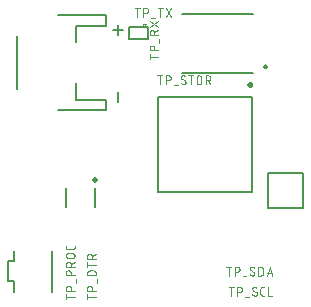
<source format=gbr>
G04 EAGLE Gerber RS-274X export*
G75*
%MOMM*%
%FSLAX34Y34*%
%LPD*%
%INSilkscreen Top*%
%IPPOS*%
%AMOC8*
5,1,8,0,0,1.08239X$1,22.5*%
G01*
%ADD10C,0.150000*%
%ADD11C,0.500000*%
%ADD12C,0.127000*%
%ADD13C,0.177800*%
%ADD14C,0.076200*%
%ADD15C,0.254000*%
%ADD16C,0.101600*%
%ADD17C,0.200000*%


D10*
X71686Y98424D02*
X71686Y82424D01*
X47186Y82424D02*
X47186Y98424D01*
D11*
X71806Y105154D03*
D12*
X5560Y181970D02*
X5560Y226970D01*
X40560Y244470D02*
X80560Y244470D01*
X80560Y235970D01*
X55560Y235970D01*
X55560Y221970D01*
X55560Y186970D02*
X55560Y172970D01*
X80560Y172970D01*
X80560Y164470D01*
X40560Y164470D01*
D13*
X90791Y228219D02*
X90791Y236516D01*
X94940Y232368D02*
X86642Y232368D01*
X90791Y179366D02*
X90791Y171069D01*
D12*
X34750Y45440D02*
X34750Y10440D01*
X3050Y36440D02*
X3050Y45440D01*
X3050Y36440D02*
X-1950Y36440D01*
X-1950Y19440D01*
X3050Y19440D01*
X3050Y10440D01*
D14*
X117823Y209742D02*
X125189Y209742D01*
X117823Y207696D02*
X117823Y211788D01*
X117823Y214885D02*
X125189Y214885D01*
X117823Y214885D02*
X117823Y216931D01*
X117825Y217020D01*
X117831Y217109D01*
X117841Y217198D01*
X117854Y217286D01*
X117871Y217374D01*
X117893Y217461D01*
X117918Y217546D01*
X117946Y217631D01*
X117979Y217714D01*
X118015Y217796D01*
X118054Y217876D01*
X118097Y217954D01*
X118143Y218030D01*
X118193Y218105D01*
X118246Y218177D01*
X118302Y218246D01*
X118361Y218313D01*
X118422Y218378D01*
X118487Y218439D01*
X118554Y218498D01*
X118623Y218554D01*
X118695Y218607D01*
X118770Y218657D01*
X118846Y218703D01*
X118924Y218746D01*
X119004Y218785D01*
X119086Y218821D01*
X119169Y218854D01*
X119254Y218882D01*
X119339Y218907D01*
X119426Y218929D01*
X119514Y218946D01*
X119602Y218959D01*
X119691Y218969D01*
X119780Y218975D01*
X119869Y218977D01*
X119958Y218975D01*
X120047Y218969D01*
X120136Y218959D01*
X120224Y218946D01*
X120312Y218929D01*
X120399Y218907D01*
X120484Y218882D01*
X120569Y218854D01*
X120652Y218821D01*
X120734Y218785D01*
X120814Y218746D01*
X120892Y218703D01*
X120968Y218657D01*
X121043Y218607D01*
X121115Y218554D01*
X121184Y218498D01*
X121251Y218439D01*
X121316Y218378D01*
X121377Y218313D01*
X121436Y218246D01*
X121492Y218177D01*
X121545Y218105D01*
X121595Y218030D01*
X121641Y217954D01*
X121684Y217876D01*
X121723Y217796D01*
X121759Y217714D01*
X121792Y217631D01*
X121820Y217546D01*
X121845Y217461D01*
X121867Y217374D01*
X121884Y217286D01*
X121897Y217198D01*
X121907Y217109D01*
X121913Y217020D01*
X121915Y216931D01*
X121915Y214885D01*
X126007Y221516D02*
X126007Y224790D01*
X125189Y227986D02*
X117823Y227986D01*
X117823Y230032D01*
X117825Y230121D01*
X117831Y230210D01*
X117841Y230299D01*
X117854Y230387D01*
X117871Y230475D01*
X117893Y230562D01*
X117918Y230647D01*
X117946Y230732D01*
X117979Y230815D01*
X118015Y230897D01*
X118054Y230977D01*
X118097Y231055D01*
X118143Y231131D01*
X118193Y231206D01*
X118246Y231278D01*
X118302Y231347D01*
X118361Y231414D01*
X118422Y231479D01*
X118487Y231540D01*
X118554Y231599D01*
X118623Y231655D01*
X118695Y231708D01*
X118770Y231758D01*
X118846Y231804D01*
X118924Y231847D01*
X119004Y231886D01*
X119086Y231922D01*
X119169Y231955D01*
X119254Y231983D01*
X119339Y232008D01*
X119426Y232030D01*
X119514Y232047D01*
X119602Y232060D01*
X119691Y232070D01*
X119780Y232076D01*
X119869Y232078D01*
X119958Y232076D01*
X120047Y232070D01*
X120136Y232060D01*
X120224Y232047D01*
X120312Y232030D01*
X120399Y232008D01*
X120484Y231983D01*
X120569Y231955D01*
X120652Y231922D01*
X120734Y231886D01*
X120814Y231847D01*
X120892Y231804D01*
X120968Y231758D01*
X121043Y231708D01*
X121115Y231655D01*
X121184Y231599D01*
X121251Y231540D01*
X121316Y231479D01*
X121377Y231414D01*
X121436Y231347D01*
X121492Y231278D01*
X121545Y231206D01*
X121595Y231131D01*
X121641Y231055D01*
X121684Y230977D01*
X121723Y230897D01*
X121759Y230815D01*
X121792Y230732D01*
X121820Y230647D01*
X121845Y230562D01*
X121867Y230475D01*
X121884Y230387D01*
X121897Y230299D01*
X121907Y230210D01*
X121913Y230121D01*
X121915Y230032D01*
X121915Y227986D01*
X121915Y230441D02*
X125189Y232078D01*
X125189Y234840D02*
X117823Y239751D01*
X117823Y234840D02*
X125189Y239751D01*
X107481Y243553D02*
X107481Y250919D01*
X105435Y250919D02*
X109527Y250919D01*
X112624Y250919D02*
X112624Y243553D01*
X112624Y250919D02*
X114670Y250919D01*
X114759Y250917D01*
X114848Y250911D01*
X114937Y250901D01*
X115025Y250888D01*
X115113Y250871D01*
X115200Y250849D01*
X115285Y250824D01*
X115370Y250796D01*
X115453Y250763D01*
X115535Y250727D01*
X115615Y250688D01*
X115693Y250645D01*
X115769Y250599D01*
X115844Y250549D01*
X115916Y250496D01*
X115985Y250440D01*
X116052Y250381D01*
X116117Y250320D01*
X116178Y250255D01*
X116237Y250188D01*
X116293Y250119D01*
X116346Y250047D01*
X116396Y249972D01*
X116442Y249896D01*
X116485Y249818D01*
X116524Y249738D01*
X116560Y249656D01*
X116593Y249573D01*
X116621Y249488D01*
X116646Y249403D01*
X116668Y249316D01*
X116685Y249228D01*
X116698Y249140D01*
X116708Y249051D01*
X116714Y248962D01*
X116716Y248873D01*
X116714Y248784D01*
X116708Y248695D01*
X116698Y248606D01*
X116685Y248518D01*
X116668Y248430D01*
X116646Y248343D01*
X116621Y248258D01*
X116593Y248173D01*
X116560Y248090D01*
X116524Y248008D01*
X116485Y247928D01*
X116442Y247850D01*
X116396Y247774D01*
X116346Y247699D01*
X116293Y247627D01*
X116237Y247558D01*
X116178Y247491D01*
X116117Y247426D01*
X116052Y247365D01*
X115985Y247306D01*
X115916Y247250D01*
X115844Y247197D01*
X115769Y247147D01*
X115693Y247101D01*
X115615Y247058D01*
X115535Y247019D01*
X115453Y246983D01*
X115370Y246950D01*
X115285Y246922D01*
X115200Y246897D01*
X115113Y246875D01*
X115025Y246858D01*
X114937Y246845D01*
X114848Y246835D01*
X114759Y246829D01*
X114670Y246827D01*
X112624Y246827D01*
X119255Y242735D02*
X122529Y242735D01*
X126988Y243553D02*
X126988Y250919D01*
X124942Y250919D02*
X129034Y250919D01*
X136271Y250919D02*
X131360Y243553D01*
X136271Y243553D02*
X131360Y250919D01*
D12*
X124592Y175128D02*
X204592Y175128D01*
X204592Y95128D01*
X124592Y95128D01*
X124592Y175128D01*
D15*
X201422Y185928D02*
X201424Y185999D01*
X201430Y186070D01*
X201440Y186141D01*
X201454Y186211D01*
X201472Y186280D01*
X201493Y186347D01*
X201519Y186414D01*
X201548Y186479D01*
X201580Y186542D01*
X201617Y186604D01*
X201656Y186663D01*
X201699Y186720D01*
X201745Y186774D01*
X201794Y186826D01*
X201846Y186875D01*
X201900Y186921D01*
X201957Y186964D01*
X202016Y187003D01*
X202078Y187040D01*
X202141Y187072D01*
X202206Y187101D01*
X202273Y187127D01*
X202340Y187148D01*
X202409Y187166D01*
X202479Y187180D01*
X202550Y187190D01*
X202621Y187196D01*
X202692Y187198D01*
X202763Y187196D01*
X202834Y187190D01*
X202905Y187180D01*
X202975Y187166D01*
X203044Y187148D01*
X203111Y187127D01*
X203178Y187101D01*
X203243Y187072D01*
X203306Y187040D01*
X203368Y187003D01*
X203427Y186964D01*
X203484Y186921D01*
X203538Y186875D01*
X203590Y186826D01*
X203639Y186774D01*
X203685Y186720D01*
X203728Y186663D01*
X203767Y186604D01*
X203804Y186542D01*
X203836Y186479D01*
X203865Y186414D01*
X203891Y186347D01*
X203912Y186280D01*
X203930Y186211D01*
X203944Y186141D01*
X203954Y186070D01*
X203960Y185999D01*
X203962Y185928D01*
X203960Y185857D01*
X203954Y185786D01*
X203944Y185715D01*
X203930Y185645D01*
X203912Y185576D01*
X203891Y185509D01*
X203865Y185442D01*
X203836Y185377D01*
X203804Y185314D01*
X203767Y185252D01*
X203728Y185193D01*
X203685Y185136D01*
X203639Y185082D01*
X203590Y185030D01*
X203538Y184981D01*
X203484Y184935D01*
X203427Y184892D01*
X203368Y184853D01*
X203306Y184816D01*
X203243Y184784D01*
X203178Y184755D01*
X203111Y184729D01*
X203044Y184708D01*
X202975Y184690D01*
X202905Y184676D01*
X202834Y184666D01*
X202763Y184660D01*
X202692Y184658D01*
X202621Y184660D01*
X202550Y184666D01*
X202479Y184676D01*
X202409Y184690D01*
X202340Y184708D01*
X202273Y184729D01*
X202206Y184755D01*
X202141Y184784D01*
X202078Y184816D01*
X202016Y184853D01*
X201957Y184892D01*
X201900Y184935D01*
X201846Y184981D01*
X201794Y185030D01*
X201745Y185082D01*
X201699Y185136D01*
X201656Y185193D01*
X201617Y185252D01*
X201580Y185314D01*
X201548Y185377D01*
X201519Y185442D01*
X201493Y185509D01*
X201472Y185576D01*
X201454Y185645D01*
X201440Y185715D01*
X201430Y185786D01*
X201424Y185857D01*
X201422Y185928D01*
D12*
X116158Y234866D02*
X100758Y234866D01*
X100758Y224366D01*
X116158Y224366D01*
X116158Y234866D01*
D16*
X113458Y235116D02*
X112458Y237116D01*
X114458Y237116D01*
X113458Y235116D01*
D17*
X214860Y201422D02*
X214862Y201485D01*
X214868Y201547D01*
X214878Y201609D01*
X214891Y201671D01*
X214909Y201731D01*
X214930Y201790D01*
X214955Y201848D01*
X214984Y201904D01*
X215016Y201958D01*
X215051Y202010D01*
X215089Y202059D01*
X215131Y202107D01*
X215175Y202151D01*
X215223Y202193D01*
X215272Y202231D01*
X215324Y202266D01*
X215378Y202298D01*
X215434Y202327D01*
X215492Y202352D01*
X215551Y202373D01*
X215611Y202391D01*
X215673Y202404D01*
X215735Y202414D01*
X215797Y202420D01*
X215860Y202422D01*
X215923Y202420D01*
X215985Y202414D01*
X216047Y202404D01*
X216109Y202391D01*
X216169Y202373D01*
X216228Y202352D01*
X216286Y202327D01*
X216342Y202298D01*
X216396Y202266D01*
X216448Y202231D01*
X216497Y202193D01*
X216545Y202151D01*
X216589Y202107D01*
X216631Y202059D01*
X216669Y202010D01*
X216704Y201958D01*
X216736Y201904D01*
X216765Y201848D01*
X216790Y201790D01*
X216811Y201731D01*
X216829Y201671D01*
X216842Y201609D01*
X216852Y201547D01*
X216858Y201485D01*
X216860Y201422D01*
X216858Y201359D01*
X216852Y201297D01*
X216842Y201235D01*
X216829Y201173D01*
X216811Y201113D01*
X216790Y201054D01*
X216765Y200996D01*
X216736Y200940D01*
X216704Y200886D01*
X216669Y200834D01*
X216631Y200785D01*
X216589Y200737D01*
X216545Y200693D01*
X216497Y200651D01*
X216448Y200613D01*
X216396Y200578D01*
X216342Y200546D01*
X216286Y200517D01*
X216228Y200492D01*
X216169Y200471D01*
X216109Y200453D01*
X216047Y200440D01*
X215985Y200430D01*
X215923Y200424D01*
X215860Y200422D01*
X215797Y200424D01*
X215735Y200430D01*
X215673Y200440D01*
X215611Y200453D01*
X215551Y200471D01*
X215492Y200492D01*
X215434Y200517D01*
X215378Y200546D01*
X215324Y200578D01*
X215272Y200613D01*
X215223Y200651D01*
X215175Y200693D01*
X215131Y200737D01*
X215089Y200785D01*
X215051Y200834D01*
X215016Y200886D01*
X214984Y200940D01*
X214955Y200996D01*
X214930Y201054D01*
X214909Y201113D01*
X214891Y201173D01*
X214878Y201235D01*
X214868Y201297D01*
X214862Y201359D01*
X214860Y201422D01*
D12*
X205260Y195472D02*
X145260Y195472D01*
X145260Y245472D02*
X205260Y245472D01*
D14*
X54292Y6285D02*
X46926Y6285D01*
X46926Y4239D02*
X46926Y8331D01*
X46926Y11428D02*
X54292Y11428D01*
X46926Y11428D02*
X46926Y13474D01*
X46928Y13563D01*
X46934Y13652D01*
X46944Y13741D01*
X46957Y13829D01*
X46974Y13917D01*
X46996Y14004D01*
X47021Y14089D01*
X47049Y14174D01*
X47082Y14257D01*
X47118Y14339D01*
X47157Y14419D01*
X47200Y14497D01*
X47246Y14573D01*
X47296Y14648D01*
X47349Y14720D01*
X47405Y14789D01*
X47464Y14856D01*
X47525Y14921D01*
X47590Y14982D01*
X47657Y15041D01*
X47726Y15097D01*
X47798Y15150D01*
X47873Y15200D01*
X47949Y15246D01*
X48027Y15289D01*
X48107Y15328D01*
X48189Y15364D01*
X48272Y15397D01*
X48357Y15425D01*
X48442Y15450D01*
X48529Y15472D01*
X48617Y15489D01*
X48705Y15502D01*
X48794Y15512D01*
X48883Y15518D01*
X48972Y15520D01*
X49061Y15518D01*
X49150Y15512D01*
X49239Y15502D01*
X49327Y15489D01*
X49415Y15472D01*
X49502Y15450D01*
X49587Y15425D01*
X49672Y15397D01*
X49755Y15364D01*
X49837Y15328D01*
X49917Y15289D01*
X49995Y15246D01*
X50071Y15200D01*
X50146Y15150D01*
X50218Y15097D01*
X50287Y15041D01*
X50354Y14982D01*
X50419Y14921D01*
X50480Y14856D01*
X50539Y14789D01*
X50595Y14720D01*
X50648Y14648D01*
X50698Y14573D01*
X50744Y14497D01*
X50787Y14419D01*
X50826Y14339D01*
X50862Y14257D01*
X50895Y14174D01*
X50923Y14089D01*
X50948Y14004D01*
X50970Y13917D01*
X50987Y13829D01*
X51000Y13741D01*
X51010Y13652D01*
X51016Y13563D01*
X51018Y13474D01*
X51018Y11428D01*
X55110Y18059D02*
X55110Y21333D01*
X54292Y24595D02*
X46926Y24595D01*
X46926Y26641D01*
X46928Y26730D01*
X46934Y26819D01*
X46944Y26908D01*
X46957Y26996D01*
X46974Y27084D01*
X46996Y27171D01*
X47021Y27256D01*
X47049Y27341D01*
X47082Y27424D01*
X47118Y27506D01*
X47157Y27586D01*
X47200Y27664D01*
X47246Y27740D01*
X47296Y27815D01*
X47349Y27887D01*
X47405Y27956D01*
X47464Y28023D01*
X47525Y28088D01*
X47590Y28149D01*
X47657Y28208D01*
X47726Y28264D01*
X47798Y28317D01*
X47873Y28367D01*
X47949Y28413D01*
X48027Y28456D01*
X48107Y28495D01*
X48189Y28531D01*
X48272Y28564D01*
X48357Y28592D01*
X48442Y28617D01*
X48529Y28639D01*
X48617Y28656D01*
X48705Y28669D01*
X48794Y28679D01*
X48883Y28685D01*
X48972Y28687D01*
X49061Y28685D01*
X49150Y28679D01*
X49239Y28669D01*
X49327Y28656D01*
X49415Y28639D01*
X49502Y28617D01*
X49587Y28592D01*
X49672Y28564D01*
X49755Y28531D01*
X49837Y28495D01*
X49917Y28456D01*
X49995Y28413D01*
X50071Y28367D01*
X50146Y28317D01*
X50218Y28264D01*
X50287Y28208D01*
X50354Y28149D01*
X50419Y28088D01*
X50480Y28023D01*
X50539Y27956D01*
X50595Y27887D01*
X50648Y27815D01*
X50698Y27740D01*
X50744Y27664D01*
X50787Y27586D01*
X50826Y27506D01*
X50862Y27424D01*
X50895Y27341D01*
X50923Y27256D01*
X50948Y27171D01*
X50970Y27084D01*
X50987Y26996D01*
X51000Y26908D01*
X51010Y26819D01*
X51016Y26730D01*
X51018Y26641D01*
X51018Y24595D01*
X54292Y31844D02*
X46926Y31844D01*
X46926Y33890D01*
X46928Y33979D01*
X46934Y34068D01*
X46944Y34157D01*
X46957Y34245D01*
X46974Y34333D01*
X46996Y34420D01*
X47021Y34505D01*
X47049Y34590D01*
X47082Y34673D01*
X47118Y34755D01*
X47157Y34835D01*
X47200Y34913D01*
X47246Y34989D01*
X47296Y35064D01*
X47349Y35136D01*
X47405Y35205D01*
X47464Y35272D01*
X47525Y35337D01*
X47590Y35398D01*
X47657Y35457D01*
X47726Y35513D01*
X47798Y35566D01*
X47873Y35616D01*
X47949Y35662D01*
X48027Y35705D01*
X48107Y35744D01*
X48189Y35780D01*
X48272Y35813D01*
X48357Y35841D01*
X48442Y35866D01*
X48529Y35888D01*
X48617Y35905D01*
X48705Y35918D01*
X48794Y35928D01*
X48883Y35934D01*
X48972Y35936D01*
X49061Y35934D01*
X49150Y35928D01*
X49239Y35918D01*
X49327Y35905D01*
X49415Y35888D01*
X49502Y35866D01*
X49587Y35841D01*
X49672Y35813D01*
X49755Y35780D01*
X49837Y35744D01*
X49917Y35705D01*
X49995Y35662D01*
X50071Y35616D01*
X50146Y35566D01*
X50218Y35513D01*
X50287Y35457D01*
X50354Y35398D01*
X50419Y35337D01*
X50480Y35272D01*
X50539Y35205D01*
X50595Y35136D01*
X50648Y35064D01*
X50698Y34989D01*
X50744Y34913D01*
X50787Y34835D01*
X50826Y34755D01*
X50862Y34673D01*
X50895Y34590D01*
X50923Y34505D01*
X50948Y34420D01*
X50970Y34333D01*
X50987Y34245D01*
X51000Y34157D01*
X51010Y34068D01*
X51016Y33979D01*
X51018Y33890D01*
X51018Y31844D01*
X51018Y34299D02*
X54292Y35936D01*
X52246Y39108D02*
X48972Y39108D01*
X48883Y39110D01*
X48794Y39116D01*
X48705Y39126D01*
X48617Y39139D01*
X48529Y39156D01*
X48442Y39178D01*
X48357Y39203D01*
X48272Y39231D01*
X48189Y39264D01*
X48107Y39300D01*
X48027Y39339D01*
X47949Y39382D01*
X47873Y39428D01*
X47798Y39478D01*
X47726Y39531D01*
X47657Y39587D01*
X47590Y39646D01*
X47525Y39707D01*
X47464Y39772D01*
X47405Y39839D01*
X47349Y39908D01*
X47296Y39980D01*
X47246Y40055D01*
X47200Y40131D01*
X47157Y40209D01*
X47118Y40289D01*
X47082Y40371D01*
X47049Y40454D01*
X47021Y40539D01*
X46996Y40624D01*
X46974Y40711D01*
X46957Y40799D01*
X46944Y40887D01*
X46934Y40976D01*
X46928Y41065D01*
X46926Y41154D01*
X46928Y41243D01*
X46934Y41332D01*
X46944Y41421D01*
X46957Y41509D01*
X46974Y41597D01*
X46996Y41684D01*
X47021Y41769D01*
X47049Y41854D01*
X47082Y41937D01*
X47118Y42019D01*
X47157Y42099D01*
X47200Y42177D01*
X47246Y42253D01*
X47296Y42328D01*
X47349Y42400D01*
X47405Y42469D01*
X47464Y42536D01*
X47525Y42601D01*
X47590Y42662D01*
X47657Y42721D01*
X47726Y42777D01*
X47798Y42830D01*
X47873Y42880D01*
X47949Y42926D01*
X48027Y42969D01*
X48107Y43008D01*
X48189Y43044D01*
X48272Y43077D01*
X48357Y43105D01*
X48442Y43130D01*
X48529Y43152D01*
X48617Y43169D01*
X48705Y43182D01*
X48794Y43192D01*
X48883Y43198D01*
X48972Y43200D01*
X52246Y43200D01*
X52335Y43198D01*
X52424Y43192D01*
X52513Y43182D01*
X52601Y43169D01*
X52689Y43152D01*
X52776Y43130D01*
X52861Y43105D01*
X52946Y43077D01*
X53029Y43044D01*
X53111Y43008D01*
X53191Y42969D01*
X53269Y42926D01*
X53345Y42880D01*
X53420Y42830D01*
X53492Y42777D01*
X53561Y42721D01*
X53628Y42662D01*
X53693Y42601D01*
X53754Y42536D01*
X53813Y42469D01*
X53869Y42400D01*
X53922Y42328D01*
X53972Y42253D01*
X54018Y42177D01*
X54061Y42099D01*
X54100Y42019D01*
X54136Y41937D01*
X54169Y41854D01*
X54197Y41769D01*
X54222Y41684D01*
X54244Y41597D01*
X54261Y41509D01*
X54274Y41421D01*
X54284Y41332D01*
X54290Y41243D01*
X54292Y41154D01*
X54290Y41065D01*
X54284Y40976D01*
X54274Y40887D01*
X54261Y40799D01*
X54244Y40711D01*
X54222Y40624D01*
X54197Y40539D01*
X54169Y40454D01*
X54136Y40371D01*
X54100Y40289D01*
X54061Y40209D01*
X54018Y40131D01*
X53972Y40055D01*
X53922Y39980D01*
X53869Y39908D01*
X53813Y39839D01*
X53754Y39772D01*
X53693Y39707D01*
X53628Y39646D01*
X53561Y39587D01*
X53492Y39531D01*
X53420Y39478D01*
X53345Y39428D01*
X53269Y39382D01*
X53191Y39339D01*
X53111Y39300D01*
X53029Y39264D01*
X52946Y39231D01*
X52861Y39203D01*
X52776Y39178D01*
X52689Y39156D01*
X52601Y39139D01*
X52513Y39126D01*
X52424Y39116D01*
X52335Y39110D01*
X52246Y39108D01*
X54292Y48037D02*
X54292Y49674D01*
X54292Y48037D02*
X54290Y47959D01*
X54285Y47881D01*
X54275Y47804D01*
X54262Y47727D01*
X54246Y47651D01*
X54226Y47576D01*
X54202Y47502D01*
X54175Y47429D01*
X54144Y47357D01*
X54110Y47287D01*
X54073Y47219D01*
X54032Y47152D01*
X53988Y47087D01*
X53942Y47025D01*
X53892Y46965D01*
X53840Y46907D01*
X53785Y46852D01*
X53727Y46800D01*
X53667Y46750D01*
X53605Y46704D01*
X53540Y46660D01*
X53474Y46619D01*
X53405Y46582D01*
X53335Y46548D01*
X53263Y46517D01*
X53190Y46490D01*
X53116Y46466D01*
X53041Y46446D01*
X52965Y46430D01*
X52888Y46417D01*
X52811Y46407D01*
X52733Y46402D01*
X52655Y46400D01*
X48563Y46400D01*
X48483Y46402D01*
X48403Y46408D01*
X48323Y46418D01*
X48244Y46431D01*
X48165Y46449D01*
X48088Y46470D01*
X48012Y46496D01*
X47937Y46525D01*
X47863Y46557D01*
X47791Y46593D01*
X47721Y46633D01*
X47654Y46676D01*
X47588Y46722D01*
X47525Y46772D01*
X47464Y46824D01*
X47405Y46879D01*
X47350Y46938D01*
X47298Y46998D01*
X47248Y47062D01*
X47202Y47127D01*
X47159Y47195D01*
X47119Y47265D01*
X47083Y47337D01*
X47051Y47411D01*
X47022Y47485D01*
X46997Y47562D01*
X46975Y47639D01*
X46957Y47718D01*
X46944Y47797D01*
X46934Y47876D01*
X46928Y47957D01*
X46926Y48037D01*
X46926Y49674D01*
X64960Y6285D02*
X72326Y6285D01*
X64960Y4239D02*
X64960Y8331D01*
X64960Y11428D02*
X72326Y11428D01*
X64960Y11428D02*
X64960Y13474D01*
X64962Y13563D01*
X64968Y13652D01*
X64978Y13741D01*
X64991Y13829D01*
X65008Y13917D01*
X65030Y14004D01*
X65055Y14089D01*
X65083Y14174D01*
X65116Y14257D01*
X65152Y14339D01*
X65191Y14419D01*
X65234Y14497D01*
X65280Y14573D01*
X65330Y14648D01*
X65383Y14720D01*
X65439Y14789D01*
X65498Y14856D01*
X65559Y14921D01*
X65624Y14982D01*
X65691Y15041D01*
X65760Y15097D01*
X65832Y15150D01*
X65907Y15200D01*
X65983Y15246D01*
X66061Y15289D01*
X66141Y15328D01*
X66223Y15364D01*
X66306Y15397D01*
X66391Y15425D01*
X66476Y15450D01*
X66563Y15472D01*
X66651Y15489D01*
X66739Y15502D01*
X66828Y15512D01*
X66917Y15518D01*
X67006Y15520D01*
X67095Y15518D01*
X67184Y15512D01*
X67273Y15502D01*
X67361Y15489D01*
X67449Y15472D01*
X67536Y15450D01*
X67621Y15425D01*
X67706Y15397D01*
X67789Y15364D01*
X67871Y15328D01*
X67951Y15289D01*
X68029Y15246D01*
X68105Y15200D01*
X68180Y15150D01*
X68252Y15097D01*
X68321Y15041D01*
X68388Y14982D01*
X68453Y14921D01*
X68514Y14856D01*
X68573Y14789D01*
X68629Y14720D01*
X68682Y14648D01*
X68732Y14573D01*
X68778Y14497D01*
X68821Y14419D01*
X68860Y14339D01*
X68896Y14257D01*
X68929Y14174D01*
X68957Y14089D01*
X68982Y14004D01*
X69004Y13917D01*
X69021Y13829D01*
X69034Y13741D01*
X69044Y13652D01*
X69050Y13563D01*
X69052Y13474D01*
X69052Y11428D01*
X73144Y18059D02*
X73144Y21333D01*
X72326Y24478D02*
X64960Y24478D01*
X64960Y26524D01*
X64962Y26613D01*
X64968Y26702D01*
X64978Y26791D01*
X64991Y26879D01*
X65008Y26967D01*
X65030Y27054D01*
X65055Y27139D01*
X65083Y27224D01*
X65116Y27307D01*
X65152Y27389D01*
X65191Y27469D01*
X65234Y27547D01*
X65280Y27623D01*
X65330Y27698D01*
X65383Y27770D01*
X65439Y27839D01*
X65498Y27906D01*
X65559Y27971D01*
X65624Y28032D01*
X65691Y28091D01*
X65760Y28147D01*
X65832Y28200D01*
X65907Y28250D01*
X65983Y28296D01*
X66061Y28339D01*
X66141Y28378D01*
X66223Y28414D01*
X66306Y28447D01*
X66391Y28475D01*
X66476Y28500D01*
X66563Y28522D01*
X66651Y28539D01*
X66739Y28552D01*
X66828Y28562D01*
X66917Y28568D01*
X67006Y28570D01*
X70280Y28570D01*
X70369Y28568D01*
X70458Y28562D01*
X70547Y28552D01*
X70635Y28539D01*
X70723Y28522D01*
X70810Y28500D01*
X70895Y28475D01*
X70980Y28447D01*
X71063Y28414D01*
X71145Y28378D01*
X71225Y28339D01*
X71303Y28296D01*
X71379Y28250D01*
X71454Y28200D01*
X71526Y28147D01*
X71595Y28091D01*
X71662Y28032D01*
X71727Y27971D01*
X71788Y27906D01*
X71847Y27839D01*
X71903Y27770D01*
X71956Y27698D01*
X72006Y27623D01*
X72052Y27547D01*
X72095Y27469D01*
X72134Y27389D01*
X72170Y27307D01*
X72203Y27224D01*
X72231Y27139D01*
X72256Y27054D01*
X72278Y26967D01*
X72295Y26879D01*
X72308Y26791D01*
X72318Y26702D01*
X72324Y26613D01*
X72326Y26524D01*
X72326Y24478D01*
X72326Y33595D02*
X64960Y33595D01*
X64960Y31549D02*
X64960Y35641D01*
X64960Y38672D02*
X72326Y38672D01*
X64960Y38672D02*
X64960Y40718D01*
X64962Y40807D01*
X64968Y40896D01*
X64978Y40985D01*
X64991Y41073D01*
X65008Y41161D01*
X65030Y41248D01*
X65055Y41333D01*
X65083Y41418D01*
X65116Y41501D01*
X65152Y41583D01*
X65191Y41663D01*
X65234Y41741D01*
X65280Y41817D01*
X65330Y41892D01*
X65383Y41964D01*
X65439Y42033D01*
X65498Y42100D01*
X65559Y42165D01*
X65624Y42226D01*
X65691Y42285D01*
X65760Y42341D01*
X65832Y42394D01*
X65907Y42444D01*
X65983Y42490D01*
X66061Y42533D01*
X66141Y42572D01*
X66223Y42608D01*
X66306Y42641D01*
X66391Y42669D01*
X66476Y42694D01*
X66563Y42716D01*
X66651Y42733D01*
X66739Y42746D01*
X66828Y42756D01*
X66917Y42762D01*
X67006Y42764D01*
X67095Y42762D01*
X67184Y42756D01*
X67273Y42746D01*
X67361Y42733D01*
X67449Y42716D01*
X67536Y42694D01*
X67621Y42669D01*
X67706Y42641D01*
X67789Y42608D01*
X67871Y42572D01*
X67951Y42533D01*
X68029Y42490D01*
X68105Y42444D01*
X68180Y42394D01*
X68252Y42341D01*
X68321Y42285D01*
X68388Y42226D01*
X68453Y42165D01*
X68514Y42100D01*
X68573Y42033D01*
X68629Y41964D01*
X68682Y41892D01*
X68732Y41817D01*
X68778Y41741D01*
X68821Y41663D01*
X68860Y41583D01*
X68896Y41501D01*
X68929Y41418D01*
X68957Y41333D01*
X68982Y41248D01*
X69004Y41161D01*
X69021Y41073D01*
X69034Y40985D01*
X69044Y40896D01*
X69050Y40807D01*
X69052Y40718D01*
X69052Y38672D01*
X69052Y41127D02*
X72326Y42764D01*
X126424Y186372D02*
X126424Y193738D01*
X124378Y193738D02*
X128471Y193738D01*
X131567Y193738D02*
X131567Y186372D01*
X131567Y193738D02*
X133613Y193738D01*
X133702Y193736D01*
X133791Y193730D01*
X133880Y193720D01*
X133968Y193707D01*
X134056Y193690D01*
X134143Y193668D01*
X134228Y193643D01*
X134313Y193615D01*
X134396Y193582D01*
X134478Y193546D01*
X134558Y193507D01*
X134636Y193464D01*
X134712Y193418D01*
X134787Y193368D01*
X134859Y193315D01*
X134928Y193259D01*
X134995Y193200D01*
X135060Y193139D01*
X135121Y193074D01*
X135180Y193007D01*
X135236Y192938D01*
X135289Y192866D01*
X135339Y192791D01*
X135385Y192715D01*
X135428Y192637D01*
X135467Y192557D01*
X135503Y192475D01*
X135536Y192392D01*
X135564Y192307D01*
X135589Y192222D01*
X135611Y192135D01*
X135628Y192047D01*
X135641Y191959D01*
X135651Y191870D01*
X135657Y191781D01*
X135659Y191692D01*
X135657Y191603D01*
X135651Y191514D01*
X135641Y191425D01*
X135628Y191337D01*
X135611Y191249D01*
X135589Y191162D01*
X135564Y191077D01*
X135536Y190992D01*
X135503Y190909D01*
X135467Y190827D01*
X135428Y190747D01*
X135385Y190669D01*
X135339Y190593D01*
X135289Y190518D01*
X135236Y190446D01*
X135180Y190377D01*
X135121Y190310D01*
X135060Y190245D01*
X134995Y190184D01*
X134928Y190125D01*
X134859Y190069D01*
X134787Y190016D01*
X134712Y189966D01*
X134636Y189920D01*
X134558Y189877D01*
X134478Y189838D01*
X134396Y189802D01*
X134313Y189769D01*
X134228Y189741D01*
X134143Y189716D01*
X134056Y189694D01*
X133968Y189677D01*
X133880Y189664D01*
X133791Y189654D01*
X133702Y189648D01*
X133613Y189646D01*
X131567Y189646D01*
X138199Y185554D02*
X141473Y185554D01*
X146585Y186372D02*
X146663Y186374D01*
X146741Y186379D01*
X146818Y186389D01*
X146895Y186402D01*
X146971Y186418D01*
X147046Y186438D01*
X147120Y186462D01*
X147193Y186489D01*
X147265Y186520D01*
X147335Y186554D01*
X147404Y186591D01*
X147470Y186632D01*
X147535Y186676D01*
X147597Y186722D01*
X147657Y186772D01*
X147715Y186824D01*
X147770Y186879D01*
X147822Y186937D01*
X147872Y186997D01*
X147918Y187059D01*
X147962Y187124D01*
X148003Y187191D01*
X148040Y187259D01*
X148074Y187329D01*
X148105Y187401D01*
X148132Y187474D01*
X148156Y187548D01*
X148176Y187623D01*
X148192Y187699D01*
X148205Y187776D01*
X148215Y187853D01*
X148220Y187931D01*
X148222Y188009D01*
X146585Y186372D02*
X146471Y186374D01*
X146358Y186379D01*
X146244Y186389D01*
X146131Y186402D01*
X146019Y186419D01*
X145907Y186439D01*
X145796Y186463D01*
X145685Y186491D01*
X145576Y186522D01*
X145468Y186557D01*
X145361Y186596D01*
X145255Y186638D01*
X145151Y186683D01*
X145048Y186732D01*
X144947Y186785D01*
X144848Y186840D01*
X144750Y186899D01*
X144655Y186961D01*
X144562Y187026D01*
X144470Y187094D01*
X144382Y187165D01*
X144295Y187239D01*
X144211Y187316D01*
X144130Y187395D01*
X144334Y192101D02*
X144336Y192179D01*
X144341Y192257D01*
X144351Y192334D01*
X144364Y192411D01*
X144380Y192487D01*
X144400Y192562D01*
X144424Y192636D01*
X144451Y192709D01*
X144482Y192781D01*
X144516Y192851D01*
X144553Y192920D01*
X144594Y192986D01*
X144638Y193051D01*
X144684Y193113D01*
X144734Y193173D01*
X144786Y193231D01*
X144841Y193286D01*
X144899Y193338D01*
X144959Y193388D01*
X145021Y193434D01*
X145086Y193478D01*
X145153Y193519D01*
X145221Y193556D01*
X145291Y193590D01*
X145363Y193621D01*
X145436Y193648D01*
X145510Y193672D01*
X145585Y193692D01*
X145661Y193708D01*
X145738Y193721D01*
X145815Y193731D01*
X145893Y193736D01*
X145971Y193738D01*
X146081Y193736D01*
X146190Y193730D01*
X146300Y193720D01*
X146408Y193707D01*
X146517Y193689D01*
X146624Y193668D01*
X146731Y193642D01*
X146837Y193613D01*
X146942Y193581D01*
X147045Y193544D01*
X147147Y193504D01*
X147248Y193460D01*
X147347Y193412D01*
X147444Y193362D01*
X147539Y193307D01*
X147632Y193249D01*
X147723Y193188D01*
X147812Y193124D01*
X145152Y190668D02*
X145085Y190710D01*
X145020Y190754D01*
X144958Y190802D01*
X144898Y190852D01*
X144840Y190905D01*
X144785Y190961D01*
X144733Y191020D01*
X144683Y191080D01*
X144636Y191144D01*
X144593Y191209D01*
X144552Y191276D01*
X144515Y191345D01*
X144481Y191416D01*
X144450Y191488D01*
X144423Y191562D01*
X144399Y191636D01*
X144379Y191712D01*
X144363Y191789D01*
X144350Y191866D01*
X144340Y191944D01*
X144335Y192023D01*
X144333Y192101D01*
X147403Y189441D02*
X147469Y189399D01*
X147534Y189355D01*
X147596Y189308D01*
X147656Y189257D01*
X147714Y189204D01*
X147769Y189148D01*
X147822Y189090D01*
X147871Y189029D01*
X147918Y188966D01*
X147961Y188901D01*
X148002Y188834D01*
X148039Y188765D01*
X148073Y188694D01*
X148104Y188622D01*
X148131Y188548D01*
X148155Y188473D01*
X148175Y188398D01*
X148191Y188321D01*
X148204Y188244D01*
X148214Y188166D01*
X148219Y188087D01*
X148221Y188009D01*
X147403Y189441D02*
X145152Y190669D01*
X152759Y193738D02*
X152759Y186372D01*
X150713Y193738D02*
X154805Y193738D01*
X157541Y191692D02*
X157541Y188418D01*
X157541Y191692D02*
X157543Y191781D01*
X157549Y191870D01*
X157559Y191959D01*
X157572Y192047D01*
X157589Y192135D01*
X157611Y192222D01*
X157636Y192307D01*
X157664Y192392D01*
X157697Y192475D01*
X157733Y192557D01*
X157772Y192637D01*
X157815Y192715D01*
X157861Y192791D01*
X157911Y192866D01*
X157964Y192938D01*
X158020Y193007D01*
X158079Y193074D01*
X158140Y193139D01*
X158205Y193200D01*
X158272Y193259D01*
X158341Y193315D01*
X158413Y193368D01*
X158488Y193418D01*
X158564Y193464D01*
X158642Y193507D01*
X158722Y193546D01*
X158804Y193582D01*
X158887Y193615D01*
X158972Y193643D01*
X159057Y193668D01*
X159144Y193690D01*
X159232Y193707D01*
X159320Y193720D01*
X159409Y193730D01*
X159498Y193736D01*
X159587Y193738D01*
X159676Y193736D01*
X159765Y193730D01*
X159854Y193720D01*
X159942Y193707D01*
X160030Y193690D01*
X160117Y193668D01*
X160202Y193643D01*
X160287Y193615D01*
X160370Y193582D01*
X160452Y193546D01*
X160532Y193507D01*
X160610Y193464D01*
X160686Y193418D01*
X160761Y193368D01*
X160833Y193315D01*
X160902Y193259D01*
X160969Y193200D01*
X161034Y193139D01*
X161095Y193074D01*
X161154Y193007D01*
X161210Y192938D01*
X161263Y192866D01*
X161313Y192791D01*
X161359Y192715D01*
X161402Y192637D01*
X161441Y192557D01*
X161477Y192475D01*
X161510Y192392D01*
X161538Y192307D01*
X161563Y192222D01*
X161585Y192135D01*
X161602Y192047D01*
X161615Y191959D01*
X161625Y191870D01*
X161631Y191781D01*
X161633Y191692D01*
X161633Y188418D01*
X161631Y188329D01*
X161625Y188240D01*
X161615Y188151D01*
X161602Y188063D01*
X161585Y187975D01*
X161563Y187888D01*
X161538Y187803D01*
X161510Y187718D01*
X161477Y187635D01*
X161441Y187553D01*
X161402Y187473D01*
X161359Y187395D01*
X161313Y187319D01*
X161263Y187244D01*
X161210Y187172D01*
X161154Y187103D01*
X161095Y187036D01*
X161034Y186971D01*
X160969Y186910D01*
X160902Y186851D01*
X160833Y186795D01*
X160761Y186742D01*
X160686Y186692D01*
X160610Y186646D01*
X160532Y186603D01*
X160452Y186564D01*
X160370Y186528D01*
X160287Y186495D01*
X160202Y186467D01*
X160117Y186442D01*
X160030Y186420D01*
X159942Y186403D01*
X159854Y186390D01*
X159765Y186380D01*
X159676Y186374D01*
X159587Y186372D01*
X159498Y186374D01*
X159409Y186380D01*
X159320Y186390D01*
X159232Y186403D01*
X159144Y186420D01*
X159057Y186442D01*
X158972Y186467D01*
X158887Y186495D01*
X158804Y186528D01*
X158722Y186564D01*
X158642Y186603D01*
X158564Y186646D01*
X158488Y186692D01*
X158413Y186742D01*
X158341Y186795D01*
X158272Y186851D01*
X158205Y186910D01*
X158140Y186971D01*
X158079Y187036D01*
X158020Y187103D01*
X157964Y187172D01*
X157911Y187244D01*
X157861Y187319D01*
X157815Y187395D01*
X157772Y187473D01*
X157733Y187553D01*
X157697Y187635D01*
X157664Y187718D01*
X157636Y187803D01*
X157611Y187888D01*
X157589Y187975D01*
X157572Y188063D01*
X157559Y188151D01*
X157549Y188240D01*
X157543Y188329D01*
X157541Y188418D01*
X165151Y186372D02*
X165151Y193738D01*
X167197Y193738D01*
X167286Y193736D01*
X167375Y193730D01*
X167464Y193720D01*
X167552Y193707D01*
X167640Y193690D01*
X167727Y193668D01*
X167812Y193643D01*
X167897Y193615D01*
X167980Y193582D01*
X168062Y193546D01*
X168142Y193507D01*
X168220Y193464D01*
X168296Y193418D01*
X168371Y193368D01*
X168443Y193315D01*
X168512Y193259D01*
X168579Y193200D01*
X168644Y193139D01*
X168705Y193074D01*
X168764Y193007D01*
X168820Y192938D01*
X168873Y192866D01*
X168923Y192791D01*
X168969Y192715D01*
X169012Y192637D01*
X169051Y192557D01*
X169087Y192475D01*
X169120Y192392D01*
X169148Y192307D01*
X169173Y192222D01*
X169195Y192135D01*
X169212Y192047D01*
X169225Y191959D01*
X169235Y191870D01*
X169241Y191781D01*
X169243Y191692D01*
X169241Y191603D01*
X169235Y191514D01*
X169225Y191425D01*
X169212Y191337D01*
X169195Y191249D01*
X169173Y191162D01*
X169148Y191077D01*
X169120Y190992D01*
X169087Y190909D01*
X169051Y190827D01*
X169012Y190747D01*
X168969Y190669D01*
X168923Y190593D01*
X168873Y190518D01*
X168820Y190446D01*
X168764Y190377D01*
X168705Y190310D01*
X168644Y190245D01*
X168579Y190184D01*
X168512Y190125D01*
X168443Y190069D01*
X168371Y190016D01*
X168296Y189966D01*
X168220Y189920D01*
X168142Y189877D01*
X168062Y189838D01*
X167980Y189802D01*
X167897Y189769D01*
X167812Y189741D01*
X167727Y189716D01*
X167640Y189694D01*
X167552Y189677D01*
X167464Y189664D01*
X167375Y189654D01*
X167286Y189648D01*
X167197Y189646D01*
X165151Y189646D01*
X167606Y189646D02*
X169243Y186372D01*
X184740Y31686D02*
X184740Y24320D01*
X182694Y31686D02*
X186787Y31686D01*
X189883Y31686D02*
X189883Y24320D01*
X189883Y31686D02*
X191930Y31686D01*
X192019Y31684D01*
X192108Y31678D01*
X192197Y31668D01*
X192285Y31655D01*
X192373Y31638D01*
X192460Y31616D01*
X192545Y31591D01*
X192630Y31563D01*
X192713Y31530D01*
X192795Y31494D01*
X192875Y31455D01*
X192953Y31412D01*
X193029Y31366D01*
X193104Y31316D01*
X193176Y31263D01*
X193245Y31207D01*
X193312Y31148D01*
X193377Y31087D01*
X193438Y31022D01*
X193497Y30955D01*
X193553Y30886D01*
X193606Y30814D01*
X193656Y30739D01*
X193702Y30663D01*
X193745Y30585D01*
X193784Y30505D01*
X193820Y30423D01*
X193853Y30340D01*
X193881Y30255D01*
X193906Y30170D01*
X193928Y30083D01*
X193945Y29995D01*
X193958Y29907D01*
X193968Y29818D01*
X193974Y29729D01*
X193976Y29640D01*
X193974Y29551D01*
X193968Y29462D01*
X193958Y29373D01*
X193945Y29285D01*
X193928Y29197D01*
X193906Y29110D01*
X193881Y29025D01*
X193853Y28940D01*
X193820Y28857D01*
X193784Y28775D01*
X193745Y28695D01*
X193702Y28617D01*
X193656Y28541D01*
X193606Y28466D01*
X193553Y28394D01*
X193497Y28325D01*
X193438Y28258D01*
X193377Y28193D01*
X193312Y28132D01*
X193245Y28073D01*
X193176Y28017D01*
X193104Y27964D01*
X193029Y27914D01*
X192953Y27868D01*
X192875Y27825D01*
X192795Y27786D01*
X192713Y27750D01*
X192630Y27717D01*
X192545Y27689D01*
X192460Y27664D01*
X192373Y27642D01*
X192285Y27625D01*
X192197Y27612D01*
X192108Y27602D01*
X192019Y27596D01*
X191930Y27594D01*
X189883Y27594D01*
X196515Y23502D02*
X199789Y23502D01*
X204901Y24320D02*
X204979Y24322D01*
X205057Y24327D01*
X205134Y24337D01*
X205211Y24350D01*
X205287Y24366D01*
X205362Y24386D01*
X205436Y24410D01*
X205509Y24437D01*
X205581Y24468D01*
X205651Y24502D01*
X205720Y24539D01*
X205786Y24580D01*
X205851Y24624D01*
X205913Y24670D01*
X205973Y24720D01*
X206031Y24772D01*
X206086Y24827D01*
X206138Y24885D01*
X206188Y24945D01*
X206234Y25007D01*
X206278Y25072D01*
X206319Y25139D01*
X206356Y25207D01*
X206390Y25277D01*
X206421Y25349D01*
X206448Y25422D01*
X206472Y25496D01*
X206492Y25571D01*
X206508Y25647D01*
X206521Y25724D01*
X206531Y25801D01*
X206536Y25879D01*
X206538Y25957D01*
X204901Y24320D02*
X204787Y24322D01*
X204674Y24327D01*
X204560Y24337D01*
X204447Y24350D01*
X204335Y24367D01*
X204223Y24387D01*
X204112Y24411D01*
X204001Y24439D01*
X203892Y24470D01*
X203784Y24505D01*
X203677Y24544D01*
X203571Y24586D01*
X203467Y24631D01*
X203364Y24680D01*
X203263Y24733D01*
X203164Y24788D01*
X203066Y24847D01*
X202971Y24909D01*
X202878Y24974D01*
X202786Y25042D01*
X202698Y25113D01*
X202611Y25187D01*
X202527Y25264D01*
X202446Y25343D01*
X202650Y30049D02*
X202652Y30127D01*
X202657Y30205D01*
X202667Y30282D01*
X202680Y30359D01*
X202696Y30435D01*
X202716Y30510D01*
X202740Y30584D01*
X202767Y30657D01*
X202798Y30729D01*
X202832Y30799D01*
X202869Y30868D01*
X202910Y30934D01*
X202954Y30999D01*
X203000Y31061D01*
X203050Y31121D01*
X203102Y31179D01*
X203157Y31234D01*
X203215Y31286D01*
X203275Y31336D01*
X203337Y31382D01*
X203402Y31426D01*
X203469Y31467D01*
X203537Y31504D01*
X203607Y31538D01*
X203679Y31569D01*
X203752Y31596D01*
X203826Y31620D01*
X203901Y31640D01*
X203977Y31656D01*
X204054Y31669D01*
X204131Y31679D01*
X204209Y31684D01*
X204287Y31686D01*
X204397Y31684D01*
X204506Y31678D01*
X204616Y31668D01*
X204724Y31655D01*
X204833Y31637D01*
X204940Y31616D01*
X205047Y31590D01*
X205153Y31561D01*
X205258Y31529D01*
X205361Y31492D01*
X205463Y31452D01*
X205564Y31408D01*
X205663Y31360D01*
X205760Y31310D01*
X205855Y31255D01*
X205948Y31197D01*
X206039Y31136D01*
X206128Y31072D01*
X203468Y28616D02*
X203401Y28658D01*
X203336Y28702D01*
X203274Y28750D01*
X203214Y28800D01*
X203156Y28853D01*
X203101Y28909D01*
X203049Y28968D01*
X202999Y29028D01*
X202952Y29092D01*
X202909Y29157D01*
X202868Y29224D01*
X202831Y29293D01*
X202797Y29364D01*
X202766Y29436D01*
X202739Y29510D01*
X202715Y29584D01*
X202695Y29660D01*
X202679Y29737D01*
X202666Y29814D01*
X202656Y29892D01*
X202651Y29971D01*
X202649Y30049D01*
X205719Y27389D02*
X205785Y27347D01*
X205850Y27303D01*
X205912Y27256D01*
X205972Y27205D01*
X206030Y27152D01*
X206085Y27096D01*
X206138Y27038D01*
X206187Y26977D01*
X206234Y26914D01*
X206277Y26849D01*
X206318Y26782D01*
X206355Y26713D01*
X206389Y26642D01*
X206420Y26570D01*
X206447Y26496D01*
X206471Y26421D01*
X206491Y26346D01*
X206507Y26269D01*
X206520Y26192D01*
X206530Y26114D01*
X206535Y26035D01*
X206537Y25957D01*
X205719Y27389D02*
X203468Y28617D01*
X209761Y31686D02*
X209761Y24320D01*
X209761Y31686D02*
X211807Y31686D01*
X211896Y31684D01*
X211985Y31678D01*
X212074Y31668D01*
X212162Y31655D01*
X212250Y31638D01*
X212337Y31616D01*
X212422Y31591D01*
X212507Y31563D01*
X212590Y31530D01*
X212672Y31494D01*
X212752Y31455D01*
X212830Y31412D01*
X212906Y31366D01*
X212981Y31316D01*
X213053Y31263D01*
X213122Y31207D01*
X213189Y31148D01*
X213254Y31087D01*
X213315Y31022D01*
X213374Y30955D01*
X213430Y30886D01*
X213483Y30814D01*
X213533Y30739D01*
X213579Y30663D01*
X213622Y30585D01*
X213661Y30505D01*
X213697Y30423D01*
X213730Y30340D01*
X213758Y30255D01*
X213783Y30170D01*
X213805Y30083D01*
X213822Y29995D01*
X213835Y29907D01*
X213845Y29818D01*
X213851Y29729D01*
X213853Y29640D01*
X213853Y26366D01*
X213851Y26277D01*
X213845Y26188D01*
X213835Y26099D01*
X213822Y26011D01*
X213805Y25923D01*
X213783Y25836D01*
X213758Y25751D01*
X213730Y25666D01*
X213697Y25583D01*
X213661Y25501D01*
X213622Y25421D01*
X213579Y25343D01*
X213533Y25267D01*
X213483Y25192D01*
X213430Y25120D01*
X213374Y25051D01*
X213315Y24984D01*
X213254Y24919D01*
X213189Y24858D01*
X213122Y24799D01*
X213053Y24743D01*
X212981Y24690D01*
X212906Y24640D01*
X212830Y24594D01*
X212752Y24551D01*
X212672Y24512D01*
X212590Y24476D01*
X212507Y24443D01*
X212422Y24415D01*
X212337Y24390D01*
X212250Y24368D01*
X212162Y24351D01*
X212074Y24338D01*
X211985Y24328D01*
X211896Y24322D01*
X211807Y24320D01*
X209761Y24320D01*
X216910Y24320D02*
X219366Y31686D01*
X221821Y24320D01*
X221207Y26162D02*
X217524Y26162D01*
X186907Y14668D02*
X186907Y7302D01*
X184861Y14668D02*
X188954Y14668D01*
X192050Y14668D02*
X192050Y7302D01*
X192050Y14668D02*
X194097Y14668D01*
X194186Y14666D01*
X194275Y14660D01*
X194364Y14650D01*
X194452Y14637D01*
X194540Y14620D01*
X194627Y14598D01*
X194712Y14573D01*
X194797Y14545D01*
X194880Y14512D01*
X194962Y14476D01*
X195042Y14437D01*
X195120Y14394D01*
X195196Y14348D01*
X195271Y14298D01*
X195343Y14245D01*
X195412Y14189D01*
X195479Y14130D01*
X195544Y14069D01*
X195605Y14004D01*
X195664Y13937D01*
X195720Y13868D01*
X195773Y13796D01*
X195823Y13721D01*
X195869Y13645D01*
X195912Y13567D01*
X195951Y13487D01*
X195987Y13405D01*
X196020Y13322D01*
X196048Y13237D01*
X196073Y13152D01*
X196095Y13065D01*
X196112Y12977D01*
X196125Y12889D01*
X196135Y12800D01*
X196141Y12711D01*
X196143Y12622D01*
X196141Y12533D01*
X196135Y12444D01*
X196125Y12355D01*
X196112Y12267D01*
X196095Y12179D01*
X196073Y12092D01*
X196048Y12007D01*
X196020Y11922D01*
X195987Y11839D01*
X195951Y11757D01*
X195912Y11677D01*
X195869Y11599D01*
X195823Y11523D01*
X195773Y11448D01*
X195720Y11376D01*
X195664Y11307D01*
X195605Y11240D01*
X195544Y11175D01*
X195479Y11114D01*
X195412Y11055D01*
X195343Y10999D01*
X195271Y10946D01*
X195196Y10896D01*
X195120Y10850D01*
X195042Y10807D01*
X194962Y10768D01*
X194880Y10732D01*
X194797Y10699D01*
X194712Y10671D01*
X194627Y10646D01*
X194540Y10624D01*
X194452Y10607D01*
X194364Y10594D01*
X194275Y10584D01*
X194186Y10578D01*
X194097Y10576D01*
X192050Y10576D01*
X198682Y6484D02*
X201956Y6484D01*
X207068Y7302D02*
X207146Y7304D01*
X207224Y7309D01*
X207301Y7319D01*
X207378Y7332D01*
X207454Y7348D01*
X207529Y7368D01*
X207603Y7392D01*
X207676Y7419D01*
X207748Y7450D01*
X207818Y7484D01*
X207887Y7521D01*
X207953Y7562D01*
X208018Y7606D01*
X208080Y7652D01*
X208140Y7702D01*
X208198Y7754D01*
X208253Y7809D01*
X208305Y7867D01*
X208355Y7927D01*
X208401Y7989D01*
X208445Y8054D01*
X208486Y8121D01*
X208523Y8189D01*
X208557Y8259D01*
X208588Y8331D01*
X208615Y8404D01*
X208639Y8478D01*
X208659Y8553D01*
X208675Y8629D01*
X208688Y8706D01*
X208698Y8783D01*
X208703Y8861D01*
X208705Y8939D01*
X207068Y7302D02*
X206954Y7304D01*
X206841Y7309D01*
X206727Y7319D01*
X206614Y7332D01*
X206502Y7349D01*
X206390Y7369D01*
X206279Y7393D01*
X206168Y7421D01*
X206059Y7452D01*
X205951Y7487D01*
X205844Y7526D01*
X205738Y7568D01*
X205634Y7613D01*
X205531Y7662D01*
X205430Y7715D01*
X205331Y7770D01*
X205233Y7829D01*
X205138Y7891D01*
X205045Y7956D01*
X204953Y8024D01*
X204865Y8095D01*
X204778Y8169D01*
X204694Y8246D01*
X204613Y8325D01*
X204817Y13031D02*
X204819Y13109D01*
X204824Y13187D01*
X204834Y13264D01*
X204847Y13341D01*
X204863Y13417D01*
X204883Y13492D01*
X204907Y13566D01*
X204934Y13639D01*
X204965Y13711D01*
X204999Y13781D01*
X205036Y13850D01*
X205077Y13916D01*
X205121Y13981D01*
X205167Y14043D01*
X205217Y14103D01*
X205269Y14161D01*
X205324Y14216D01*
X205382Y14268D01*
X205442Y14318D01*
X205504Y14364D01*
X205569Y14408D01*
X205636Y14449D01*
X205704Y14486D01*
X205774Y14520D01*
X205846Y14551D01*
X205919Y14578D01*
X205993Y14602D01*
X206068Y14622D01*
X206144Y14638D01*
X206221Y14651D01*
X206298Y14661D01*
X206376Y14666D01*
X206454Y14668D01*
X206564Y14666D01*
X206673Y14660D01*
X206783Y14650D01*
X206891Y14637D01*
X207000Y14619D01*
X207107Y14598D01*
X207214Y14572D01*
X207320Y14543D01*
X207425Y14511D01*
X207528Y14474D01*
X207630Y14434D01*
X207731Y14390D01*
X207830Y14342D01*
X207927Y14292D01*
X208022Y14237D01*
X208115Y14179D01*
X208206Y14118D01*
X208295Y14054D01*
X205635Y11598D02*
X205568Y11640D01*
X205503Y11684D01*
X205441Y11732D01*
X205381Y11782D01*
X205323Y11835D01*
X205268Y11891D01*
X205216Y11950D01*
X205166Y12010D01*
X205119Y12074D01*
X205076Y12139D01*
X205035Y12206D01*
X204998Y12275D01*
X204964Y12346D01*
X204933Y12418D01*
X204906Y12492D01*
X204882Y12566D01*
X204862Y12642D01*
X204846Y12719D01*
X204833Y12796D01*
X204823Y12874D01*
X204818Y12953D01*
X204816Y13031D01*
X207886Y10371D02*
X207952Y10329D01*
X208017Y10285D01*
X208079Y10238D01*
X208139Y10187D01*
X208197Y10134D01*
X208252Y10078D01*
X208305Y10020D01*
X208354Y9959D01*
X208401Y9896D01*
X208444Y9831D01*
X208485Y9764D01*
X208522Y9695D01*
X208556Y9624D01*
X208587Y9552D01*
X208614Y9478D01*
X208638Y9403D01*
X208658Y9328D01*
X208674Y9251D01*
X208687Y9174D01*
X208697Y9096D01*
X208702Y9017D01*
X208704Y8939D01*
X207886Y10371D02*
X205635Y11599D01*
X213298Y7302D02*
X214934Y7302D01*
X213298Y7302D02*
X213220Y7304D01*
X213142Y7309D01*
X213065Y7319D01*
X212988Y7332D01*
X212912Y7348D01*
X212837Y7368D01*
X212763Y7392D01*
X212690Y7419D01*
X212618Y7450D01*
X212548Y7484D01*
X212480Y7521D01*
X212413Y7562D01*
X212348Y7606D01*
X212286Y7652D01*
X212226Y7702D01*
X212168Y7754D01*
X212113Y7809D01*
X212061Y7867D01*
X212011Y7927D01*
X211965Y7989D01*
X211921Y8054D01*
X211880Y8121D01*
X211843Y8189D01*
X211809Y8259D01*
X211778Y8331D01*
X211751Y8404D01*
X211727Y8478D01*
X211707Y8553D01*
X211691Y8629D01*
X211678Y8706D01*
X211668Y8783D01*
X211663Y8861D01*
X211661Y8939D01*
X211661Y13031D01*
X211663Y13111D01*
X211669Y13191D01*
X211679Y13271D01*
X211692Y13350D01*
X211710Y13429D01*
X211731Y13506D01*
X211757Y13582D01*
X211786Y13657D01*
X211818Y13731D01*
X211854Y13803D01*
X211894Y13873D01*
X211937Y13940D01*
X211983Y14006D01*
X212033Y14069D01*
X212085Y14130D01*
X212140Y14189D01*
X212199Y14244D01*
X212259Y14296D01*
X212323Y14346D01*
X212389Y14392D01*
X212456Y14435D01*
X212526Y14475D01*
X212598Y14511D01*
X212672Y14543D01*
X212746Y14572D01*
X212823Y14598D01*
X212900Y14619D01*
X212979Y14637D01*
X213058Y14650D01*
X213138Y14660D01*
X213218Y14666D01*
X213298Y14668D01*
X214934Y14668D01*
X218039Y14668D02*
X218039Y7302D01*
X221313Y7302D01*
D12*
X247918Y81266D02*
X247918Y111266D01*
X217918Y111266D02*
X217918Y81266D01*
X247918Y81266D01*
X247918Y111266D02*
X217918Y111266D01*
M02*

</source>
